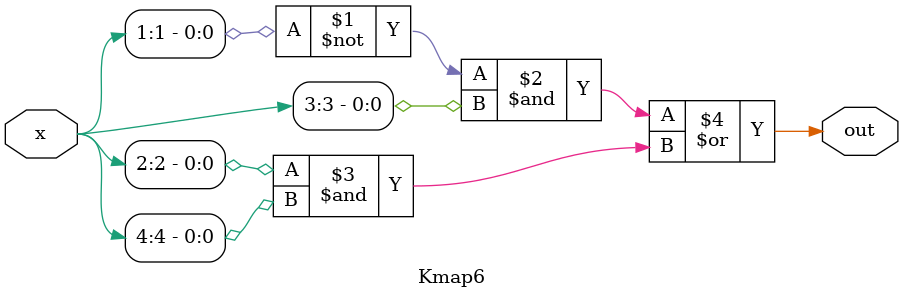
<source format=v>
module Kmap6(
    input   [4 : 1] x,
    output          out
);

	// 代码量预计1行
    assign out = (~x[1] & x[3]) | (x[2] & x[4]);

endmodule

</source>
